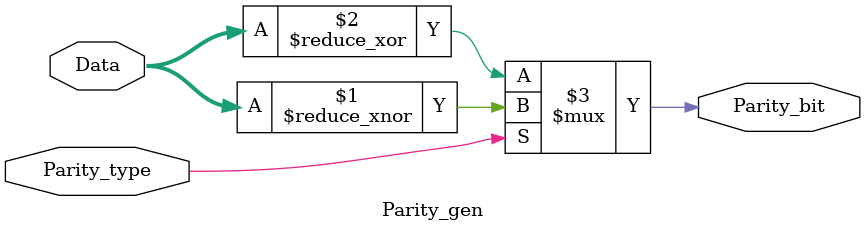
<source format=v>
module Parity_gen #(parameter width = 8)(
    //input & output ports
    input  wire             Parity_type,
    input  wire [width-1:0] Data,
    output wire             Parity_bit
);

assign Parity_bit = Parity_type ? (~^Data):(^Data);

    
endmodule
</source>
